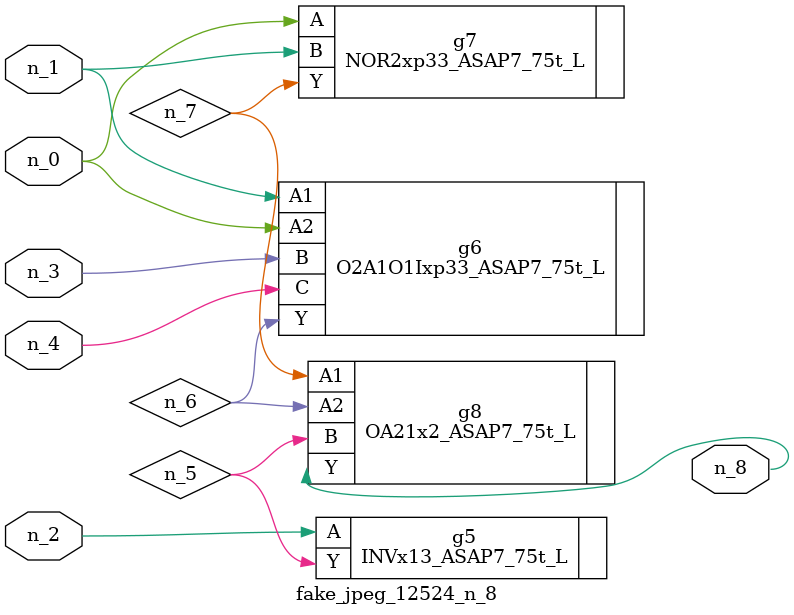
<source format=v>
module fake_jpeg_12524_n_8 (n_3, n_2, n_1, n_0, n_4, n_8);

input n_3;
input n_2;
input n_1;
input n_0;
input n_4;

output n_8;

wire n_6;
wire n_5;
wire n_7;

INVx13_ASAP7_75t_L g5 ( 
.A(n_2),
.Y(n_5)
);

O2A1O1Ixp33_ASAP7_75t_L g6 ( 
.A1(n_1),
.A2(n_0),
.B(n_3),
.C(n_4),
.Y(n_6)
);

NOR2xp33_ASAP7_75t_L g7 ( 
.A(n_0),
.B(n_1),
.Y(n_7)
);

OA21x2_ASAP7_75t_L g8 ( 
.A1(n_7),
.A2(n_6),
.B(n_5),
.Y(n_8)
);


endmodule
</source>
